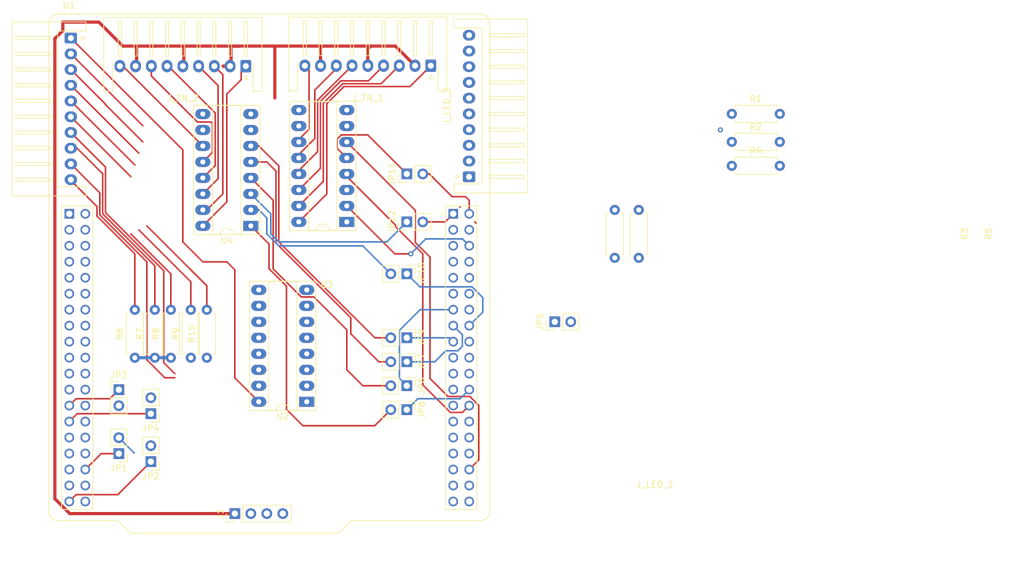
<source format=kicad_pcb>
(kicad_pcb (version 20211014) (generator pcbnew)
  (layers (0 "F.Cu" signal) (31 "B.Cu" signal) (34 "B.Paste" user) (35 "F.Paste" user) (36 "B.SilkS" user "B.Silkscreen") (37 "F.SilkS" user "F.Silkscreen") (38 "B.Mask" user) (39 "F.Mask" user) (44 "Edge.Cuts" user))
  (net 0 "")
  (net 1 "GND")
  (net 2 "3V3")
  (net 3 "Net-(U1-PadCN7_34)")
  (net 4 "LED0")
  (net 5 "Net-(U1-PadCN7_37)")
  (net 6 "LED1")
  (net 7 "Net-(U1-PadCN7_25)")
  (net 8 "LED2")
  (net 9 "Net-(U1-PadCN7_27)")
  (net 10 "LED3")
  (net 19 "5VCPU")
  (net 50 "Net-(U1-PadCN10_11)")
  (net 52 "+12V")
  (net 53 "Net-(U3-Pad11)")
  (net 54 "ALED8")
  (net 55 "ALED9")
  (net 56 "Net-(U2-Pad11)")
  (net 57 "Net-(U2-Pad10)")
  (net 58 "ALED10")
  (net 59 "Net-(U1-PadCN10_13)")
  (net 60 "Net-(U1-PadCN10_15)")
  (net 61 "Net-(U1-PadCN10_24)")
  (net 62 "Net-(U1-PadCN10_17)")
  (net 65 "+5V")
  (net 66 "TN0A")
  (net 67 "TN0B")
  (net 68 "TN1A")
  (net 69 "TN1B")
  (net 70 "TN2A")
  (net 71 "TN2B")
  (net 72 "TN6A")
  (net 73 "TN3A")
  (net 74 "TN3B")
  (net 75 "TN4A")
  (net 76 "TN4B")
  (net 77 "TN5A")
  (net 78 "TN5B")
  (net 79 "TN6B")
  (net 80 "Net-(U1-PadCN10_16)")
  (net 81 "Net-(U1-PadCN10_2)")
  (net 82 "Net-(U1-PadCN10_1)")
  (net 87 "LED4")
  (net 88 "LED5")
  (net 89 "LED6")
  (net 90 "Net-(J_LED_1-Pad1)")
  (net 91 "Net-(J_LED_1-Pad2)")
  (net 92 "Net-(J_LED_1-Pad3)")
  (net 93 "Net-(J_LED_1-Pad4)")
  (net 94 "Net-(J_LED_1-Pad5)")
  (net 95 "Net-(J_LED_1-Pad6)")
  (net 96 "Net-(J_LED_1-Pad7)")
  (net 97 "Net-(J_LED_1-Pad8)")
  (net 98 "Net-(J_LED_1-Pad9)")
  (net 99 "Net-(J_LED_1-Pad10)")
  (net 100 "Net-(J_LED_2-Pad2)")
  (net 101 "Net-(J_LED_2-Pad4)")
  (net 102 "Net-(J_LED_2-Pad10)")
  (net 103 "Net-(J_TN_1-Pad1)")
  (net 104 "Net-(J_TN_1-Pad3)")
  (net 105 "Net-(J_TN_1-Pad4)")
  (net 106 "Net-(J_TN_1-Pad6)")
  (net 107 "Net-(J_TN_1-Pad7)")
  (net 108 "Net-(J_TN_2-Pad1)")
  (net 109 "Net-(J_TN_2-Pad3)")
  (net 110 "Net-(J_TN_2-Pad4)")
  (net 111 "Net-(J_TN_2-Pad6)")
  (net 112 "Net-(J_LED_2-Pad6)")
  (net 113 "Net-(J_LED_2-Pad8)")
  (footprint "Connector_PinHeader_2.54mm:PinHeader_1x04_P2.54mm_Vertical" (layer "F.Cu") (at 99.06 115.57 90)
    (fp_text reference "J1")
    (fp_text value "Conn_01x04_Female")
  )
  (footprint "Connector_PinHeader_2.54mm:PinHeader_1x02_P2.54mm_Vertical" (layer "F.Cu") (at 126.365 95.25 -90)
    (fp_text reference "JP6")
    (fp_text value "SJ")
  )
  (footprint "Resistor_THT:R_Axial_DIN0207_L6.3mm_D2.5mm_P7.62mm_Horizontal" (layer "F.Cu") (at 92.075 90.805 90)
    (fp_text reference "R9")
    (fp_text value "R")
  )
  (footprint "Connector_JST:JST_XH_S9B-XH-A-1_1x09_P2.50mm_Horizontal" (layer "F.Cu") (at 100.805 44.46 180)
    (fp_text reference "J_TN_2")
    (fp_text value "Conn_01x09_Female")
  )
  (footprint "Resistor_THT:R_Axial_DIN0207_L6.3mm_D2.5mm_P7.62mm_Horizontal" (layer "F.Cu") (at 88.9 90.805 90)
    (fp_text reference "R8")
    (fp_text value "R")
  )
  (footprint "Package_DIP:DIP-16_W7.62mm_Socket_LongPads" (layer "F.Cu") (at 116.84 69.215 180)
    (fp_text reference "U3")
    (fp_text value "ULN2003A")
  )
  (footprint "Connector_JST:JST_XH_S9B-XH-A-1_1x09_P2.50mm_Horizontal" (layer "F.Cu") (at 130.175 44.395 180)
    (fp_text reference "J_TN_1")
    (fp_text value "Conn_01x09_Female")
  )
  (footprint "Connector_PinHeader_2.54mm:PinHeader_1x02_P2.54mm_Vertical" (layer "F.Cu") (at 126.36 69.215 90)
    (fp_text reference "JP12")
    (fp_text value "SJ")
  )
  (footprint "Resistor_THT:R_Axial_DIN0207_L6.3mm_D2.5mm_P7.62mm_Horizontal" (layer "F.Cu") (at 177.97 60.305)
    (fp_text reference "R4")
    (fp_text value "R")
  )
  (footprint "Connector_PinHeader_2.54mm:PinHeader_1x02_P2.54mm_Vertical" (layer "F.Cu") (at 149.86 85.09 90)
    (fp_text reference "JP5")
    (fp_text value "SJ")
  )
  (footprint "Resistor_THT:R_Axial_DIN0207_L6.3mm_D2.5mm_P7.62mm_Horizontal" (layer "F.Cu") (at 159.385 74.93 90)
    (fp_text reference "R3")
    (fp_text value "R")
  )
  (footprint "Connector_PinHeader_2.54mm:PinHeader_1x02_P2.54mm_Vertical" (layer "F.Cu") (at 80.645 106.045 180)
    (fp_text reference "JP1")
    (fp_text value "SJ")
  )
  (footprint "Connector_JST:JST_XH_S10B-XH-A_1x10_P2.50mm_Horizontal" (layer "F.Cu") (at 73.025 40.005 -90)
    (fp_text reference "J_LED_1")
    (fp_text value "Conn_01x10_Female")
  )
  (footprint "Package_DIP:DIP-16_W7.62mm_Socket_LongPads" (layer "F.Cu") (at 101.6 69.85 180)
    (fp_text reference "U4")
    (fp_text value "ULN2003A")
  )
  (footprint "Resistor_THT:R_Axial_DIN0207_L6.3mm_D2.5mm_P7.62mm_Horizontal" (layer "F.Cu") (at 177.97 56.495)
    (fp_text reference "R2")
    (fp_text value "R")
  )
  (footprint "Resistor_THT:R_Axial_DIN0207_L6.3mm_D2.5mm_P7.62mm_Horizontal" (layer "F.Cu") (at 86.36 90.805 90)
    (fp_text reference "R7")
    (fp_text value "R")
  )
  (footprint "Connector_JST:JST_XH_S10B-XH-A_1x10_P2.50mm_Horizontal" (layer "F.Cu") (at 136.25 62.05 90)
    (fp_text reference "J_LED_2")
    (fp_text value "Conn_01x10_Female")
  )
  (footprint "Connector_PinHeader_2.54mm:PinHeader_1x02_P2.54mm_Vertical" (layer "F.Cu") (at 126.37 77.47 -90)
    (fp_text reference "JP10")
    (fp_text value "SJ")
  )
  (footprint "Connector_PinHeader_2.54mm:PinHeader_1x02_P2.54mm_Vertical" (layer "F.Cu") (at 85.725 99.695 180)
    (fp_text reference "JP4")
    (fp_text value "SJ")
  )
  (footprint "Connector_PinHeader_2.54mm:PinHeader_1x02_P2.54mm_Vertical" (layer "F.Cu") (at 80.645 95.88)
    (fp_text reference "JP3")
    (fp_text value "SJ")
  )
  (footprint "Connector_PinHeader_2.54mm:PinHeader_1x02_P2.54mm_Vertical" (layer "F.Cu") (at 126.365 99.06 -90)
    (fp_text reference "JP8")
    (fp_text value "SJ")
  )
  (footprint "Connector_PinHeader_2.54mm:PinHeader_1x02_P2.54mm_Vertical" (layer "F.Cu") (at 126.365 61.595 90)
    (fp_text reference "JP11")
    (fp_text value "SJ")
  )
  (footprint "Resistor_THT:R_Axial_DIN0207_L6.3mm_D2.5mm_P7.62mm_Horizontal" (layer "F.Cu") (at 163.195 74.93 90)
    (fp_text reference "R5")
    (fp_text value "R")
  )
  (footprint "nucleo-64:MODULE_NUCLEO-G491REnoard" (layer "F.Cu") (at 104.53 77.435)
    (fp_text reference "U1")
    (fp_text value "NUCLEO-G491RE")
  )
  (footprint "Connector_PinHeader_2.54mm:PinHeader_1x02_P2.54mm_Vertical" (layer "F.Cu") (at 126.365 87.63 -90)
    (fp_text reference "JP9")
    (fp_text value "SJ")
  )
  (footprint "Resistor_THT:R_Axial_DIN0207_L6.3mm_D2.5mm_P7.62mm_Horizontal" (layer "F.Cu") (at 83.185 90.805 90)
    (fp_text reference "R6")
    (fp_text value "R")
  )
  (footprint "Connector_PinHeader_2.54mm:PinHeader_1x02_P2.54mm_Vertical" (layer "F.Cu") (at 126.365 91.44 -90)
    (fp_text reference "JP7")
    (fp_text value "SJ")
  )
  (footprint "Connector_PinHeader_2.54mm:PinHeader_1x02_P2.54mm_Vertical" (layer "F.Cu") (at 85.725 107.315 180)
    (fp_text reference "JP2")
    (fp_text value "SJ")
  )
  (footprint "Resistor_THT:R_Axial_DIN0207_L6.3mm_D2.5mm_P7.62mm_Horizontal" (layer "F.Cu") (at 177.97 52.05)
    (fp_text reference "R1")
    (fp_text value "R")
  )
  (footprint "Resistor_THT:R_Axial_DIN0207_L6.3mm_D2.5mm_P7.62mm_Horizontal" (layer "F.Cu") (at 94.615 90.805 90)
    (fp_text reference "R10")
    (fp_text value "R")
  )
  (footprint "Package_DIP:DIP-16_W7.62mm_Socket_LongPads" (layer "F.Cu") (at 110.48 97.8 180)
    (fp_text reference "U2")
    (fp_text value "ULN2003A")
  )
  (segment (start 137.16 69.215) (end 137.369511 69.424511) (width 0.25) (layer "F.Cu") (net 1))
  (segment (start 116.84 51.435) (end 117.49 51.435) (width 0.25) (layer "F.Cu") (net 1))
  (segment (start 134.780489 66.835489) (end 134.829511 66.884511) (width 0.25) (layer "F.Cu") (net 1))
  (segment (start 77.84 106.045) (end 75.32 108.565) (width 0.25) (layer "F.Cu") (net 3))
  (segment (start 80.645 106.045) (end 77.84 106.045) (width 0.25) (layer "F.Cu") (net 3))
  (segment (start 83.089511 105.949511) (end 80.645 103.505) (width 0.25) (layer "B.Cu") (net 4))
  (segment (start 80.645 103.505) (end 81.28 102.87) (width 0.25) (layer "B.Cu") (net 4))
  (segment (start 73.869511 112.555489) (end 72.78 113.645) (width 0.25) (layer "F.Cu") (net 5))
  (segment (start 80.484511 112.555489) (end 73.869511 112.555489) (width 0.25) (layer "F.Cu") (net 5))
  (segment (start 85.725 107.315) (end 80.484511 112.555489) (width 0.25) (layer "F.Cu") (net 5))
  (segment (start 79.209511 97.315489) (end 73.869511 97.315489) (width 0.25) (layer "F.Cu") (net 7))
  (segment (start 80.645 95.88) (end 79.209511 97.315489) (width 0.25) (layer "F.Cu") (net 7))
  (segment (start 73.869511 97.315489) (end 72.78 98.405) (width 0.25) (layer "F.Cu") (net 7))
  (segment (start 85.725 99.695) (end 74.03 99.695) (width 0.25) (layer "F.Cu") (net 9))
  (segment (start 74.03 99.695) (end 72.78 100.945) (width 0.25) (layer "F.Cu") (net 9))
  (segment (start 70.485 113.209) (end 70.485 40.089308) (width 0.5) (layer "F.Cu") (net 52))
  (segment (start 90.965 44.395) (end 90.965 41.435) (width 0.5) (layer "F.Cu") (net 52))
  (segment (start 71.755 38.819308) (end 71.755 37.465) (width 0.5) (layer "F.Cu") (net 52))
  (segment (start 99.06 115.57) (end 72.846 115.57) (width 0.5) (layer "F.Cu") (net 52))
  (segment (start 105.41 41.275) (end 113.03 41.275) (width 0.5) (layer "F.Cu") (net 52))
  (segment (start 124.555 41.275) (end 127.675 44.395) (width 0.5) (layer "F.Cu") (net 52))
  (segment (start 120.65 41.275) (end 124.555 41.275) (width 0.5) (layer "F.Cu") (net 52))
  (segment (start 90.965 41.435) (end 90.805 41.275) (width 0.5) (layer "F.Cu") (net 52))
  (segment (start 90.805 41.275) (end 99.695 41.275) (width 0.5) (layer "F.Cu") (net 52))
  (segment (start 113.03 41.275) (end 120.65 41.275) (width 0.5) (layer "F.Cu") (net 52))
  (segment (start 120.175 44.395) (end 120.175 41.75) (width 0.5) (layer "F.Cu") (net 52))
  (segment (start 112.675 41.63) (end 113.03 41.275) (width 0.5) (layer "F.Cu") (net 52))
  (segment (start 83.185 41.275) (end 86.36 41.275) (width 0.5) (layer "F.Cu") (net 52))
  (segment (start 81.28 41.275) (end 83.185 41.275) (width 0.5) (layer "F.Cu") (net 52))
  (segment (start 105.41 41.275) (end 105.41 49.53) (width 0.5) (layer "F.Cu") (net 52))
  (segment (start 120.175 41.75) (end 120.65 41.275) (width 0.5) (layer "F.Cu") (net 52))
  (segment (start 98.465 44.395) (end 98.465 41.315) (width 0.5) (layer "F.Cu") (net 52))
  (segment (start 98.305 44.46) (end 97.20452 44.46) (width 0.5) (layer "F.Cu") (net 52))
  (segment (start 86.36 41.275) (end 90.805 41.275) (width 0.5) (layer "F.Cu") (net 52))
  (segment (start 85.09 41.275) (end 86.36 41.275) (width 0.5) (layer "F.Cu") (net 52))
  (segment (start 98.465 41.315) (end 98.425 41.275) (width 0.5) (layer "F.Cu") (net 52))
  (segment (start 97.20452 44.46) (end 97.20452 44.45) (width 0.5) (layer "F.Cu") (net 52))
  (segment (start 83.465 44.395) (end 83.465 41.555) (width 0.5) (layer "F.Cu") (net 52))
  (segment (start 77.47 37.465) (end 81.28 41.275) (width 0.5) (layer "F.Cu") (net 52))
  (segment (start 71.755 37.465) (end 77.47 37.465) (width 0.5) (layer "F.Cu") (net 52))
  (segment (start 99.695 41.275) (end 105.41 41.275) (width 0.5) (layer "F.Cu") (net 52))
  (segment (start 70.485 40.089308) (end 71.755 38.819308) (width 0.5) (layer "F.Cu") (net 52))
  (segment (start 72.846 115.57) (end 70.485 113.209) (width 0.5) (layer "F.Cu") (net 52))
  (segment (start 112.675 44.395) (end 112.675 41.63) (width 0.5) (layer "F.Cu") (net 52))
  (segment (start 83.465 41.555) (end 83.185 41.275) (width 0.5) (layer "F.Cu") (net 52))
  (segment (start 98.425 41.275) (end 99.695 41.275) (width 0.5) (layer "F.Cu") (net 52))
  (segment (start 110.175 44.395) (end 110.84452 45.06452) (width 0.25) (layer "F.Cu") (net 53))
  (segment (start 109.22 56.515) (end 109.22 56.115) (width 0.25) (layer "F.Cu") (net 53))
  (segment (start 109.22 56.115) (end 110.84452 54.49048) (width 0.25) (layer "F.Cu") (net 53))
  (segment (start 110.84452 54.49048) (end 110.84452 45.06452) (width 0.25) (layer "F.Cu") (net 53))
  (segment (start 93.118268 53.34) (end 95.25 53.34) (width 0.25) (layer "F.Cu") (net 54))
  (segment (start 95.25 53.34) (end 95.50452 53.59452) (width 0.25) (layer "F.Cu") (net 54))
  (segment (start 85.805 44.46) (end 85.805 46.026732) (width 0.25) (layer "F.Cu") (net 54))
  (segment (start 85.805 46.026732) (end 93.118268 53.34) (width 0.25) (layer "F.Cu") (net 54))
  (segment (start 95.50452 53.59452) (end 95.50452 58.16548) (width 0.25) (layer "F.Cu") (net 54))
  (segment (start 95.50452 58.16548) (end 93.98 59.69) (width 0.25) (layer "F.Cu") (net 54))
  (segment (start 81.29 44.46) (end 93.98 57.15) (width 0.25) (layer "F.Cu") (net 55))
  (segment (start 80.805 44.46) (end 81.29 44.46) (width 0.25) (layer "F.Cu") (net 55))
  (via (at 176.154511 54.59) (size 0.8) (drill 0.4) (layers "F.Cu" "B.Cu") (net 58))
  (segment (start 128.480978 83.165) (end 133.74 83.165) (width 0.25) (layer "B.Cu") (net 59))
  (segment (start 125.190489 86.455489) (end 128.480978 83.165) (width 0.25) (layer "B.Cu") (net 59))
  (segment (start 125.190489 94.075489) (end 125.190489 86.455489) (width 0.25) (layer "B.Cu") (net 59))
  (segment (start 126.365 95.25) (end 125.190489 94.075489) (width 0.25) (layer "B.Cu") (net 59))
  (segment (start 135.190489 88.964511) (end 135.190489 87.155489) (width 0.25) (layer "B.Cu") (net 60))
  (segment (start 135.190489 87.155489) (end 133.74 85.705) (width 0.25) (layer "B.Cu") (net 60))
  (segment (start 130.81 91.44) (end 132.554511 89.695489) (width 0.25) (layer "B.Cu") (net 60))
  (segment (start 132.554511 89.695489) (end 134.459511 89.695489) (width 0.25) (layer "B.Cu") (net 60))
  (segment (start 134.459511 89.695489) (end 135.190489 88.964511) (width 0.25) (layer "B.Cu") (net 60))
  (segment (start 126.365 91.44) (end 130.81 91.44) (width 0.25) (layer "B.Cu") (net 60))
  (segment (start 128.109511 97.315489) (end 134.829511 97.315489) (width 0.25) (layer "B.Cu") (net 61))
  (segment (start 126.365 99.06) (end 128.109511 97.315489) (width 0.25) (layer "B.Cu") (net 61))
  (segment (start 134.829511 97.315489) (end 136.28 95.865) (width 0.25) (layer "B.Cu") (net 61))
  (segment (start 126.365 87.63) (end 133.125 87.63) (width 0.25) (layer "B.Cu") (net 62))
  (segment (start 133.125 87.63) (end 133.74 88.245) (width 0.25) (layer "B.Cu") (net 62))
  (segment (start 86.36 90.805) (end 88.9 90.805) (width 0.5) (layer "B.Cu") (net 65))
  (segment (start 83.185 90.805) (end 86.36 90.805) (width 0.5) (layer "B.Cu") (net 65))
  (segment (start 124.46 74.295) (end 116.84 66.675) (width 0.25) (layer "F.Cu") (net 67))
  (segment (start 127 74.295) (end 124.46 74.295) (width 0.25) (layer "F.Cu") (net 67))
  (via (at 127 74.295) (size 0.8) (drill 0.4) (layers "F.Cu" "B.Cu") (net 67))
  (segment (start 135.190489 71.915489) (end 129.379511 71.915489) (width 0.25) (layer "B.Cu") (net 67))
  (segment (start 136.28 73.005) (end 135.190489 71.915489) (width 0.25) (layer "B.Cu") (net 67))
  (segment (start 129.379511 71.915489) (end 127 74.295) (width 0.25) (layer "B.Cu") (net 67))
  (segment (start 135.190489 99.494511) (end 133.288709 99.494511) (width 0.25) (layer "F.Cu") (net 69))
  (segment (start 124.5775 69.968218) (end 124.5775 69.7325) (width 0.25) (layer "F.Cu") (net 69))
  (segment (start 128.905 95.110802) (end 128.905 74.295718) (width 0.25) (layer "F.Cu") (net 69))
  (segment (start 133.288709 99.494511) (end 128.905 95.110802) (width 0.25) (layer "F.Cu") (net 69))
  (segment (start 128.905 74.295718) (end 124.5775 69.968218) (width 0.25) (layer "F.Cu") (net 69))
  (segment (start 116.84 61.995) (end 116.84 61.595) (width 0.25) (layer "F.Cu") (net 69))
  (segment (start 124.5775 69.7325) (end 116.84 61.995) (width 0.25) (layer "F.Cu") (net 69))
  (segment (start 136.28 98.405) (end 135.190489 99.494511) (width 0.25) (layer "F.Cu") (net 69))
  (segment (start 115.974209 55.39048) (end 120.16048 55.39048) (width 0.25) (layer "F.Cu") (net 70))
  (segment (start 115.31548 57.53048) (end 115.31548 56.049209) (width 0.25) (layer "F.Cu") (net 70))
  (segment (start 115.31548 56.049209) (end 115.974209 55.39048) (width 0.25) (layer "F.Cu") (net 70))
  (segment (start 120.16048 55.39048) (end 126.365 61.595) (width 0.25) (layer "F.Cu") (net 70))
  (segment (start 116.84 59.055) (end 115.31548 57.53048) (width 0.25) (layer "F.Cu") (net 70))
  (segment (start 127.725489 67.400489) (end 127.725489 72.480489) (width 0.25) (layer "F.Cu") (net 71))
  (segment (start 130.053005 74.808005) (end 130.053005 94.101995) (width 0.25) (layer "F.Cu") (net 71))
  (segment (start 132.905521 96.954511) (end 136.370313 96.954511) (width 0.25) (layer "F.Cu") (net 71))
  (segment (start 137.795 98.379198) (end 137.795 107.05) (width 0.25) (layer "F.Cu") (net 71))
  (segment (start 137.795 107.05) (end 136.28 108.565) (width 0.25) (layer "F.Cu") (net 71))
  (segment (start 136.370313 96.954511) (end 137.795 98.379198) (width 0.25) (layer "F.Cu") (net 71))
  (segment (start 130.053005 94.101995) (end 132.905521 96.954511) (width 0.25) (layer "F.Cu") (net 71))
  (segment (start 127.725489 72.480489) (end 130.053005 74.808005) (width 0.25) (layer "F.Cu") (net 71))
  (segment (start 116.84 56.515) (end 127.725489 67.400489) (width 0.25) (layer "F.Cu") (net 71))
  (segment (start 109.855 101.6) (end 107.261986 99.006986) (width 0.25) (layer "F.Cu") (net 73))
  (segment (start 101.6 69.85) (end 104.48452 72.73452) (width 0.25) (layer "F.Cu") (net 73))
  (segment (start 104.48452 76.650549) (end 107.261986 79.428015) (width 0.25) (layer "F.Cu") (net 73))
  (segment (start 107.261986 79.428015) (end 107.261986 99.006986) (width 0.25) (layer "F.Cu") (net 73))
  (segment (start 121.285 101.6) (end 123.825 99.06) (width 0.25) (layer "F.Cu") (net 73))
  (segment (start 121.285 101.6) (end 109.855 101.6) (width 0.25) (layer "F.Cu") (net 73))
  (segment (start 104.48452 72.73452) (end 104.48452 76.650549) (width 0.25) (layer "F.Cu") (net 73))
  (segment (start 106.044283 73.025) (end 119.385 73.025) (width 0.25) (layer "B.Cu") (net 74))
  (segment (start 104.14 71.120717) (end 106.044283 73.025) (width 0.25) (layer "B.Cu") (net 74))
  (segment (start 119.385 73.025) (end 123.83 77.47) (width 0.25) (layer "B.Cu") (net 74))
  (segment (start 104.14 68.58) (end 104.14 71.120717) (width 0.25) (layer "B.Cu") (net 74))
  (segment (start 102.87 67.31) (end 104.14 68.58) (width 0.25) (layer "B.Cu") (net 74))
  (segment (start 101.6 67.31) (end 102.87 67.31) (width 0.25) (layer "B.Cu") (net 74))
  (segment (start 101.6 64.77) (end 104.775 67.945) (width 0.25) (layer "B.Cu") (net 75))
  (segment (start 104.775 71.12) (end 106.045 72.39) (width 0.25) (layer "B.Cu") (net 75))
  (segment (start 106.045 72.39) (end 123.19 72.39) (width 0.25) (layer "B.Cu") (net 75))
  (segment (start 123.19 72.39) (end 126.36 69.22) (width 0.25) (layer "B.Cu") (net 75))
  (segment (start 104.775 67.945) (end 104.775 71.12) (width 0.25) (layer "B.Cu") (net 75))
  (segment (start 126.36 69.22) (end 126.36 69.215) (width 0.25) (layer "B.Cu") (net 75))
  (segment (start 111.62452 81.14452) (end 109.614209 81.14452) (width 0.25) (layer "F.Cu") (net 76))
  (segment (start 116.84 86.36) (end 111.62452 81.14452) (width 0.25) (layer "F.Cu") (net 76))
  (segment (start 119.38 95.25) (end 116.84 92.71) (width 0.25) (layer "F.Cu") (net 76))
  (segment (start 105.14596 76.676271) (end 105.14596 65.77596) (width 0.25) (layer "F.Cu") (net 76))
  (segment (start 105.14596 65.77596) (end 101.6 62.23) (width 0.25) (layer "F.Cu") (net 76))
  (segment (start 116.84 92.71) (end 116.84 86.36) (width 0.25) (layer "F.Cu") (net 76))
  (segment (start 109.614209 81.14452) (end 105.14596 76.676271) (width 0.25) (layer "F.Cu") (net 76))
  (segment (start 123.825 95.25) (end 119.38 95.25) (width 0.25) (layer "F.Cu") (net 76))
  (segment (start 121.92 91.44) (end 117.475 86.995) (width 0.25) (layer "F.Cu") (net 77))
  (segment (start 117.475 84.455718) (end 105.59548 72.576198) (width 0.25) (layer "F.Cu") (net 77))
  (segment (start 104.14 59.69) (end 101.6 59.69) (width 0.25) (layer "F.Cu") (net 77))
  (segment (start 117.475 86.995) (end 117.475 84.455718) (width 0.25) (layer "F.Cu") (net 77))
  (segment (start 105.59548 61.14548) (end 104.14 59.69) (width 0.25) (layer "F.Cu") (net 77))
  (segment (start 123.825 91.44) (end 121.92 91.44) (width 0.25) (layer "F.Cu") (net 77))
  (segment (start 105.59548 72.576198) (end 105.59548 61.14548) (width 0.25) (layer "F.Cu") (net 77))
  (segment (start 102.87 57.15) (end 101.6 57.15) (width 0.25) (layer "F.Cu") (net 78))
  (segment (start 121.285 87.63) (end 106.045 72.39) (width 0.25) (layer "F.Cu") (net 78))
  (segment (start 123.825 87.63) (end 121.285 87.63) (width 0.25) (layer "F.Cu") (net 78))
  (segment (start 106.045 72.39) (end 106.045 60.325) (width 0.25) (layer "F.Cu") (net 78))
  (segment (start 106.045 60.325) (end 102.87 57.15) (width 0.25) (layer "F.Cu") (net 78))
  (segment (start 136.731291 79.535489) (end 138.43 81.234198) (width 0.25) (layer "B.Cu") (net 80))
  (segment (start 138.43 81.234198) (end 138.43 83.555) (width 0.25) (layer "B.Cu") (net 80))
  (segment (start 126.37 77.47) (end 128.435489 79.535489) (width 0.25) (layer "B.Cu") (net 80))
  (segment (start 138.43 83.555) (end 136.28 85.705) (width 0.25) (layer "B.Cu") (net 80))
  (segment (start 128.435489 79.535489) (end 136.731291 79.535489) (width 0.25) (layer "B.Cu") (net 80))
  (segment (start 136.28 67.925) (end 136.28 65.795) (width 0.25) (layer "F.Cu") (net 81))
  (segment (start 133.555 65.2) (end 129.95 61.595) (width 0.25) (layer "F.Cu") (net 81))
  (segment (start 136.28 65.795) (end 135.685 65.2) (width 0.25) (layer "F.Cu") (net 81))
  (segment (start 129.95 61.595) (end 128.905 61.595) (width 0.25) (layer "F.Cu") (net 81))
  (segment (start 135.685 65.2) (end 133.555 65.2) (width 0.25) (layer "F.Cu") (net 81))
  (segment (start 132.45 69.215) (end 133.74 67.925) (width 0.25) (layer "F.Cu") (net 82))
  (segment (start 128.9 69.215) (end 132.45 69.215) (width 0.25) (layer "F.Cu") (net 82))
  (segment (start 73.025 40.005) (end 90.805 57.785) (width 0.25) (layer "F.Cu") (net 90))
  (segment (start 97.79 75.565) (end 99.06 76.835) (width 0.25) (layer "F.Cu") (net 90))
  (segment (start 90.805 72.39) (end 93.98 75.565) (width 0.25) (layer "F.Cu") (net 90))
  (segment (start 93.98 75.565) (end 97.79 75.565) (width 0.25) (layer "F.Cu") (net 90))
  (segment (start 99.06 94) (end 102.86 97.8) (width 0.25) (layer "F.Cu") (net 90))
  (segment (start 99.06 76.835) (end 99.06 94) (width 0.25) (layer "F.Cu") (net 90))
  (segment (start 90.805 57.785) (end 90.805 72.39) (width 0.25) (layer "F.Cu") (net 90))
  (segment (start 92.074641 76.835359) (end 94.615 79.375718) (width 0.25) (layer "F.Cu") (net 91))
  (segment (start 73.025 42.505) (end 84.455 53.935) (width 0.25) (layer "F.Cu") (net 91))
  (segment (start 94.615 79.375) (end 92.075359 76.835359) (width 0.25) (layer "F.Cu") (net 91))
  (segment (start 94.615 83.185) (end 94.615 79.375) (width 0.25) (layer "F.Cu") (net 91))
  (segment (start 85.089641 69.850359) (end 92.074641 76.835359) (width 0.25) (layer "F.Cu") (net 91))
  (segment (start 92.075359 76.835359) (end 92.074641 76.835359) (width 0.25) (layer "F.Cu") (net 91))
  (segment (start 73.025 45.005) (end 78.525479 50.505479) (width 0.25) (layer "F.Cu") (net 92))
  (segment (start 78.525479 50.505479) (end 78.525479 50.585479) (width 0.25) (layer "F.Cu") (net 92))
  (segment (start 78.525479 50.585479) (end 84.455 56.515) (width 0.25) (layer "F.Cu") (net 92))
  (segment (start 73.025 47.505) (end 83.82 58.3) (width 0.25) (layer "F.Cu") (net 93))
  (segment (start 92.075 78.74) (end 83.82 70.485) (width 0.25) (layer "F.Cu") (net 93))
  (segment (start 92.075 83.185) (end 92.075 78.74) (width 0.25) (layer "F.Cu") (net 93))
  (segment (start 73.025 50.005) (end 83.184641 60.164641) (width 0.25) (layer "F.Cu") (net 94))
  (segment (start 88.9 77.47) (end 82.55 71.12) (width 0.25) (layer "F.Cu") (net 95))
  (segment (start 88.9 83.185) (end 88.9 77.47) (width 0.25) (layer "F.Cu") (net 95))
  (segment (start 73.025 52.505) (end 82.55 62.03) (width 0.25) (layer "F.Cu") (net 95))
  (segment (start 73.025 55.005) (end 78.525479 60.505479) (width 0.25) (layer "F.Cu") (net 96))
  (segment (start 78.525479 60.505479) (end 78.525479 67.731197) (width 0.25) (layer "F.Cu") (net 96))
  (segment (start 87.775489 91.585489) (end 89.535 93.345) (width 0.25) (layer "F.Cu") (net 96))
  (segment (start 78.525479 67.731197) (end 87.775489 76.981207) (width 0.25) (layer "F.Cu") (net 96))
  (segment (start 87.775489 76.981207) (end 87.775489 91.585489) (width 0.25) (layer "F.Cu") (net 96))
  (segment (start 73.025 57.505) (end 74.015 57.505) (width 0.25) (layer "F.Cu") (net 97))
  (segment (start 78.075959 61.565959) (end 78.075959 67.917395) (width 0.25) (layer "F.Cu") (net 97))
  (segment (start 74.015 57.505) (end 78.075959 61.565959) (width 0.25) (layer "F.Cu") (net 97))
  (segment (start 78.075959 67.917395) (end 86.36 76.201436) (width 0.25) (layer "F.Cu") (net 97))
  (segment (start 86.36 76.201436) (end 86.36 83.185) (width 0.25) (layer "F.Cu") (net 97))
  (segment (start 77.626439 64.606439) (end 77.626439 68.103593) (width 0.25) (layer "F.Cu") (net 98))
  (segment (start 89.535 93.98) (end 87.9447 93.98) (width 0.25) (layer "F.Cu") (net 98))
  (segment (start 76.995 63.975) (end 77.626439 64.606439) (width 0.25) (layer "F.Cu") (net 98))
  (segment (start 85.09 75.567154) (end 78.103923 68.581077) (width 0.25) (layer "F.Cu") (net 98))
  (segment (start 76.995 63.975) (end 73.025 60.005) (width 0.25) (layer "F.Cu") (net 98))
  (segment (start 85.09 91.1253) (end 85.09 75.567154) (width 0.25) (layer "F.Cu") (net 98))
  (segment (start 77.019762 63.999762) (end 76.995 63.975) (width 0.25) (layer "F.Cu") (net 98))
  (segment (start 87.9447 93.98) (end 85.09 91.1253) (width 0.25) (layer "F.Cu") (net 98))
  (segment (start 77.626439 68.103593) (end 78.103923 68.581077) (width 0.25) (layer "F.Cu") (net 98))
  (segment (start 73.025 62.63) (end 77.176919 66.781919) (width 0.25) (layer "F.Cu") (net 99))
  (segment (start 77.176919 66.781919) (end 77.176919 68.289791) (width 0.25) (layer "F.Cu") (net 99))
  (segment (start 83.185 74.297872) (end 83.185 83.185) (width 0.25) (layer "F.Cu") (net 99))
  (segment (start 73.025 62.505) (end 73.025 62.63) (width 0.25) (layer "F.Cu") (net 99))
  (segment (start 77.176919 68.289791) (end 83.185 74.297872) (width 0.25) (layer "F.Cu") (net 99))
  (segment (start 109.22 69.215) (end 113.665 64.77) (width 0.25) (layer "F.Cu") (net 103))
  (segment (start 126.86644 47.70356) (end 130.175 44.395) (width 0.25) (layer "F.Cu") (net 103))
  (segment (start 113.665 64.77) (end 113.665 50.429758) (width 0.25) (layer "F.Cu") (net 103))
  (segment (start 116.391198 47.70356) (end 126.86644 47.70356) (width 0.25) (layer "F.Cu") (net 103))
  (segment (start 113.665 50.429758) (end 116.391198 47.70356) (width 0.25) (layer "F.Cu") (net 103))
  (segment (start 113.10856 62.78644) (end 109.22 66.675) (width 0.25) (layer "F.Cu") (net 104))
  (segment (start 125.175 44.395) (end 125.15 44.395) (width 0.25) (layer "F.Cu") (net 104))
  (segment (start 122.29096 47.25404) (end 116.205 47.25404) (width 0.25) (layer "F.Cu") (net 104))
  (segment (start 113.10856 50.35048) (end 113.10856 62.78644) (width 0.25) (layer "F.Cu") (net 104))
  (segment (start 116.205 47.25404) (end 113.10856 50.35048) (width 0.25) (layer "F.Cu") (net 104))
  (segment (start 125.15 44.395) (end 122.29096 47.25404) (width 0.25) (layer "F.Cu") (net 104))
  (segment (start 109.22 64.135) (end 112.65904 60.69596) (width 0.25) (layer "F.Cu") (net 105))
  (segment (start 112.65904 50.046678) (end 115.901198 46.80452) (width 0.25) (layer "F.Cu") (net 105))
  (segment (start 112.65904 60.69596) (end 112.65904 50.046678) (width 0.25) (layer "F.Cu") (net 105))
  (segment (start 115.901198 46.80452) (end 120.26548 46.80452) (width 0.25) (layer "F.Cu") (net 105))
  (segment (start 120.26548 46.80452) (end 122.675 44.395) (width 0.25) (layer "F.Cu") (net 105))
  (segment (start 117.675 44.395) (end 112.20952 49.86048) (width 0.25) (layer "F.Cu") (net 106))
  (segment (start 112.20952 49.86048) (end 112.20952 58.055791) (width 0.25) (layer "F.Cu") (net 106))
  (segment (start 112.20952 58.055791) (end 109.22 61.045311) (width 0.25) (layer "F.Cu") (net 106))
  (segment (start 109.22 61.045311) (end 109.22 61.595) (width 0.25) (layer "F.Cu") (net 106))
  (segment (start 115.175 44.845) (end 115.175 44.395) (width 0.25) (layer "F.Cu") (net 107))
  (segment (start 109.22 58.505311) (end 111.76 55.965311) (width 0.25) (layer "F.Cu") (net 107))
  (segment (start 111.76 55.965311) (end 111.76 48.26) (width 0.25) (layer "F.Cu") (net 107))
  (segment (start 111.76 48.26) (end 115.175 44.845) (width 0.25) (layer "F.Cu") (net 107))
  (segment (start 109.22 59.055) (end 109.22 58.505311) (width 0.25) (layer "F.Cu") (net 107))
  (segment (start 97.79 66.04) (end 97.79 48.895) (width 0.25) (layer "F.Cu") (net 108))
  (segment (start 100.07548 46.60952) (end 100.07548 45.18952) (width 0.25) (layer "F.Cu") (net 108))
  (segment (start 97.79 48.895) (end 100.07548 46.60952) (width 0.25) (layer "F.Cu") (net 108))
  (segment (start 93.98 69.85) (end 97.79 66.04) (width 0.25) (layer "F.Cu") (net 108))
  (segment (start 100.07548 45.18952) (end 100.805 44.46) (width 0.25) (layer "F.Cu") (net 108))
  (segment (start 93.98 67.31) (end 94.615 67.31) (width 0.25) (layer "F.Cu") (net 109))
  (segment (start 97.155 45.81) (end 95.805 44.46) (width 0.25) (layer "F.Cu") (net 109))
  (segment (start 97.155 64.77) (end 97.155 45.81) (width 0.25) (layer "F.Cu") (net 109))
  (segment (start 94.615 67.31) (end 97.155 64.77) (width 0.25) (layer "F.Cu") (net 109))
  (segment (start 93.305 44.46) (end 96.40356 47.55856) (width 0.25) (layer "F.Cu") (net 110))
  (segment (start 96.40356 47.55856) (end 96.40356 62.34644) (width 0.25) (layer "F.Cu") (net 110))
  (segment (start 96.40356 62.34644) (end 93.98 64.77) (width 0.25) (layer "F.Cu") (net 110))
  (segment (start 88.501732 44.46) (end 95.95404 51.912308) (width 0.25) (layer "F.Cu") (net 111))
  (segment (start 95.95404 60.25596) (end 93.98 62.23) (width 0.25) (layer "F.Cu") (net 111))
  (segment (start 95.95404 51.912308) (end 95.95404 60.25596) (width 0.25) (layer "F.Cu") (net 111))
  (segment (start 88.305 44.46) (end 88.501732 44.46) (width 0.25) (layer "F.Cu") (net 111))
)
</source>
